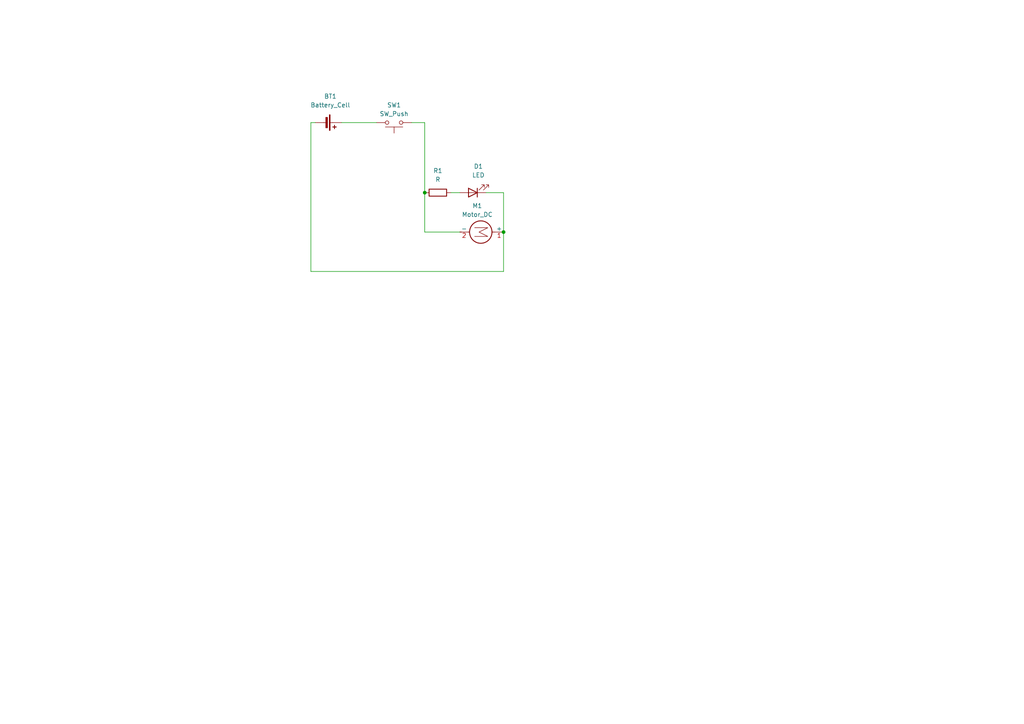
<source format=kicad_sch>
(kicad_sch (version 20250114) (generator "eeschema") (generator_version "9.0")
  (paper "A4")
  (lib_symbols
    (symbol "Device:Battery_Cell" (pin_numbers (hide yes)) (pin_names (offset 0) (hide yes))
      (property "Reference" "BT" (at 2.54 2.54 0))
      (property "Value" "Battery_Cell" (at 2.54 0 0))
      (symbol "Battery_Cell_0_1"
        (rectangle (start -2.286 1.778) (end 2.286 1.524) (fill (type outline)))
        (rectangle (start -1.524 1.016) (end 1.524 0.508) (fill (type outline)))
        (polyline (pts (xy 0 1.778) (xy 0 2.54)))
        (polyline (pts (xy 0 0.762) (xy 0 0)))
        (polyline (pts (xy 0.762 3.048) (xy 1.778 3.048)) (stroke (width 0.254)))
        (polyline (pts (xy 1.27 3.556) (xy 1.27 2.54)) (stroke (width 0.254)))
      )
      (symbol "Battery_Cell_1_1"
        (pin passive line (at 0 5.08 270) (length 2.54) (name "+") (number "1"))
        (pin passive line (at 0 -2.54 90) (length 2.54) (name "-") (number "2"))
      )
    )
    (symbol "Device:LED" (pin_numbers (hide yes)) (pin_names (offset 1.016) (hide yes))
      (property "Reference" "D" (at 0 2.54 0))
      (property "Value" "LED" (at 0 -2.54 0))
      (symbol "LED_0_1"
        (polyline (pts (xy -3.048 -0.762) (xy -4.572 -2.286) (xy -3.81 -2.286) (xy -4.572 -2.286) (xy -4.572 -1.524)))
        (polyline (pts (xy -1.778 -0.762) (xy -3.302 -2.286) (xy -2.54 -2.286) (xy -3.302 -2.286) (xy -3.302 -1.524)))
        (polyline (pts (xy -1.27 0) (xy 1.27 0)))
        (polyline (pts (xy -1.27 -1.27) (xy -1.27 1.27)) (stroke (width 0.254)))
        (polyline (pts (xy 1.27 -1.27) (xy 1.27 1.27) (xy -1.27 0) (xy 1.27 -1.27)) (stroke (width 0.254)))
      )
      (symbol "LED_1_1"
        (pin passive line (at -3.81 0 0) (length 2.54) (name "K") (number "1"))
        (pin passive line (at 3.81 0 180) (length 2.54) (name "A") (number "2"))
      )
    )
    (symbol "Device:R" (pin_numbers (hide yes)) (pin_names (offset 0))
      (property "Reference" "R" (at 2.032 0 90))
      (property "Value" "R" (at 0 0 90))
      (symbol "R_0_1"
        (rectangle (start -1.016 -2.54) (end 1.016 2.54) (stroke (width 0.254)))
      )
      (symbol "R_1_1"
        (pin passive line (at 0 3.81 270) (length 1.27) (name "~") (number "1"))
        (pin passive line (at 0 -3.81 90) (length 1.27) (name "~") (number "2"))
      )
    )
    (symbol "Motor:Motor_DC" (pin_names (offset 0))
      (property "Reference" "M" (at 2.54 2.54 0))
      (property "Value" "Motor_DC" (at 2.54 -5.08 0))
      (symbol "Motor_DC_0_0"
        (polyline (pts (xy -1.27 -3.302) (xy -1.27 0.508) (xy 0 -2.032) (xy 1.27 0.508) (xy 1.27 -3.302)))
      )
      (symbol "Motor_DC_0_1"
        (polyline (pts (xy 0 2.032) (xy 0 2.54)))
        (polyline (pts (xy 0 1.7272) (xy 0 2.0828)))
        (circle (center 0 -1.524) (radius 3.2512) (stroke (width 0.254)))
        (polyline (pts (xy 0 -4.7752) (xy 0 -5.1816)))
        (polyline (pts (xy 0 -7.62) (xy 0 -7.112)))
      )
      (symbol "Motor_DC_1_1"
        (pin passive line (at 0 5.08 270) (length 2.54) (name "+") (number "1"))
        (pin passive line (at 0 -7.62 90) (length 2.54) (name "-") (number "2"))
      )
    )
    (symbol "Switch:SW_Push" (pin_numbers (hide yes)) (pin_names (offset 1.016) (hide yes))
      (property "Reference" "SW" (at 1.27 2.54 0))
      (property "Value" "SW_Push" (at 0 -1.524 0))
      (symbol "SW_Push_0_1"
        (circle (center -2.032 0) (radius 0.508))
        (polyline (pts (xy 0 1.27) (xy 0 3.048)))
        (circle (center 2.032 0) (radius 0.508))
        (polyline (pts (xy 2.54 1.27) (xy -2.54 1.27)))
        (pin passive line (at -5.08 0 0) (length 2.54) (name "1") (number "1"))
        (pin passive line (at 5.08 0 180) (length 2.54) (name "2") (number "2"))
      )
    )
  )
  (junction (at 123.19 55.88))
  (junction (at 146.05 67.31))
  (wire (pts (xy 123.19 55.88) (xy 123.19 67.31)))
  (wire (pts (xy 140.97 55.88) (xy 146.05 55.88)))
  (wire (pts (xy 90.17 35.56) (xy 90.17 78.74)))
  (wire (pts (xy 123.19 35.56) (xy 119.38 35.56)))
  (wire (pts (xy 123.19 55.88) (xy 123.19 35.56)))
  (wire (pts (xy 146.05 55.88) (xy 146.05 67.31)))
  (wire (pts (xy 99.06 35.56) (xy 109.22 35.56)))
  (wire (pts (xy 146.05 78.74) (xy 90.17 78.74)))
  (wire (pts (xy 90.17 35.56) (xy 91.44 35.56)))
  (wire (pts (xy 130.81 55.88) (xy 133.35 55.88)))
  (wire (pts (xy 146.05 67.31) (xy 146.05 78.74)))
  (wire (pts (xy 123.19 67.31) (xy 133.35 67.31)))
  (symbol (lib_id "Switch:SW_Push") (at 114.3 35.56 180) (unit 1)
    (property "Reference" "SW1" (at 114.3 30.48 0))
    (property "Value" "SW_Push" (at 114.3 33.02 0))
    (property "Footprint" "Button_Switch_THT:SW_PUSH_6mm" (effects (hide yes)))
    (property "Description" "Push button switch, generic, two pins" (effects (hide yes)))
  )
  (symbol (lib_id "Device:Battery_Cell") (at 93.98 35.56 270) (unit 1)
    (property "Reference" "BT1" (at 95.8215 27.94 90))
    (property "Value" "Battery_Cell" (at 95.8215 30.48 90))
    (property "Footprint" "Battery:BatteryHolder_Keystone_3034_1x20mm" (effects (hide yes)))
    (property "Description" "Single-cell battery" (effects (hide yes)))
  )
  (symbol (lib_id "Device:R") (at 127 55.88 90) (unit 1)
    (property "Reference" "R1" (at 127 49.53 90))
    (property "Value" "R" (at 127 52.07 90))
    (property "Footprint" "Resistor_THT:R_Axial_DIN0207_L6.3mm_D2.5mm_P7.62mm_Horizontal" (effects (hide yes)))
    (property "Description" "Resistor" (effects (hide yes)))
  )
  (symbol (lib_id "Motor:Motor_DC") (at 140.97 67.31 270) (unit 1)
    (property "Reference" "M1" (at 138.43 59.69 90))
    (property "Value" "Motor_DC" (at 138.43 62.23 90))
    (property "Footprint" "Connector_PinSocket_2.54mm:PinSocket_1x02_P2.54mm_Vertical" (effects (hide yes)))
    (property "Description" "DC Motor" (effects (hide yes)))
  )
  (symbol (lib_id "Device:LED") (at 137.16 55.88 180) (unit 1)
    (property "Reference" "D1" (at 138.7475 48.26 0))
    (property "Value" "LED" (at 138.7475 50.8 0))
    (property "Footprint" "LED_THT:LED_D5.0mm" (effects (hide yes)))
    (property "Description" "Light emitting diode" (effects (hide yes)))
    (property "Sim.Pins" "1=K 2=A" (effects (hide yes)))
  )
)
</source>
